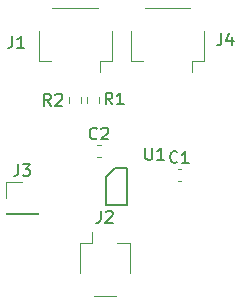
<source format=gbr>
%TF.GenerationSoftware,KiCad,Pcbnew,7.0.5*%
%TF.CreationDate,2023-06-11T15:17:49-05:00*%
%TF.ProjectId,DRV2605,44525632-3630-4352-9e6b-696361645f70,rev?*%
%TF.SameCoordinates,Original*%
%TF.FileFunction,Legend,Top*%
%TF.FilePolarity,Positive*%
%FSLAX46Y46*%
G04 Gerber Fmt 4.6, Leading zero omitted, Abs format (unit mm)*
G04 Created by KiCad (PCBNEW 7.0.5) date 2023-06-11 15:17:49*
%MOMM*%
%LPD*%
G01*
G04 APERTURE LIST*
%ADD10C,0.150000*%
%ADD11C,0.200000*%
%ADD12C,0.120000*%
G04 APERTURE END LIST*
D10*
%TO.C,U1*%
X114238095Y-112154819D02*
X114238095Y-112964342D01*
X114238095Y-112964342D02*
X114285714Y-113059580D01*
X114285714Y-113059580D02*
X114333333Y-113107200D01*
X114333333Y-113107200D02*
X114428571Y-113154819D01*
X114428571Y-113154819D02*
X114619047Y-113154819D01*
X114619047Y-113154819D02*
X114714285Y-113107200D01*
X114714285Y-113107200D02*
X114761904Y-113059580D01*
X114761904Y-113059580D02*
X114809523Y-112964342D01*
X114809523Y-112964342D02*
X114809523Y-112154819D01*
X115809523Y-113154819D02*
X115238095Y-113154819D01*
X115523809Y-113154819D02*
X115523809Y-112154819D01*
X115523809Y-112154819D02*
X115428571Y-112297676D01*
X115428571Y-112297676D02*
X115333333Y-112392914D01*
X115333333Y-112392914D02*
X115238095Y-112440533D01*
%TO.C,R2*%
X106233333Y-108554819D02*
X105900000Y-108078628D01*
X105661905Y-108554819D02*
X105661905Y-107554819D01*
X105661905Y-107554819D02*
X106042857Y-107554819D01*
X106042857Y-107554819D02*
X106138095Y-107602438D01*
X106138095Y-107602438D02*
X106185714Y-107650057D01*
X106185714Y-107650057D02*
X106233333Y-107745295D01*
X106233333Y-107745295D02*
X106233333Y-107888152D01*
X106233333Y-107888152D02*
X106185714Y-107983390D01*
X106185714Y-107983390D02*
X106138095Y-108031009D01*
X106138095Y-108031009D02*
X106042857Y-108078628D01*
X106042857Y-108078628D02*
X105661905Y-108078628D01*
X106614286Y-107650057D02*
X106661905Y-107602438D01*
X106661905Y-107602438D02*
X106757143Y-107554819D01*
X106757143Y-107554819D02*
X106995238Y-107554819D01*
X106995238Y-107554819D02*
X107090476Y-107602438D01*
X107090476Y-107602438D02*
X107138095Y-107650057D01*
X107138095Y-107650057D02*
X107185714Y-107745295D01*
X107185714Y-107745295D02*
X107185714Y-107840533D01*
X107185714Y-107840533D02*
X107138095Y-107983390D01*
X107138095Y-107983390D02*
X106566667Y-108554819D01*
X106566667Y-108554819D02*
X107185714Y-108554819D01*
%TO.C,R1*%
X111433333Y-108454819D02*
X111100000Y-107978628D01*
X110861905Y-108454819D02*
X110861905Y-107454819D01*
X110861905Y-107454819D02*
X111242857Y-107454819D01*
X111242857Y-107454819D02*
X111338095Y-107502438D01*
X111338095Y-107502438D02*
X111385714Y-107550057D01*
X111385714Y-107550057D02*
X111433333Y-107645295D01*
X111433333Y-107645295D02*
X111433333Y-107788152D01*
X111433333Y-107788152D02*
X111385714Y-107883390D01*
X111385714Y-107883390D02*
X111338095Y-107931009D01*
X111338095Y-107931009D02*
X111242857Y-107978628D01*
X111242857Y-107978628D02*
X110861905Y-107978628D01*
X112385714Y-108454819D02*
X111814286Y-108454819D01*
X112100000Y-108454819D02*
X112100000Y-107454819D01*
X112100000Y-107454819D02*
X112004762Y-107597676D01*
X112004762Y-107597676D02*
X111909524Y-107692914D01*
X111909524Y-107692914D02*
X111814286Y-107740533D01*
%TO.C,J4*%
X120666666Y-102454819D02*
X120666666Y-103169104D01*
X120666666Y-103169104D02*
X120619047Y-103311961D01*
X120619047Y-103311961D02*
X120523809Y-103407200D01*
X120523809Y-103407200D02*
X120380952Y-103454819D01*
X120380952Y-103454819D02*
X120285714Y-103454819D01*
X121571428Y-102788152D02*
X121571428Y-103454819D01*
X121333333Y-102407200D02*
X121095238Y-103121485D01*
X121095238Y-103121485D02*
X121714285Y-103121485D01*
%TO.C,J3*%
X103466666Y-113524819D02*
X103466666Y-114239104D01*
X103466666Y-114239104D02*
X103419047Y-114381961D01*
X103419047Y-114381961D02*
X103323809Y-114477200D01*
X103323809Y-114477200D02*
X103180952Y-114524819D01*
X103180952Y-114524819D02*
X103085714Y-114524819D01*
X103847619Y-113524819D02*
X104466666Y-113524819D01*
X104466666Y-113524819D02*
X104133333Y-113905771D01*
X104133333Y-113905771D02*
X104276190Y-113905771D01*
X104276190Y-113905771D02*
X104371428Y-113953390D01*
X104371428Y-113953390D02*
X104419047Y-114001009D01*
X104419047Y-114001009D02*
X104466666Y-114096247D01*
X104466666Y-114096247D02*
X104466666Y-114334342D01*
X104466666Y-114334342D02*
X104419047Y-114429580D01*
X104419047Y-114429580D02*
X104371428Y-114477200D01*
X104371428Y-114477200D02*
X104276190Y-114524819D01*
X104276190Y-114524819D02*
X103990476Y-114524819D01*
X103990476Y-114524819D02*
X103895238Y-114477200D01*
X103895238Y-114477200D02*
X103847619Y-114429580D01*
%TO.C,J2*%
X110466666Y-117474819D02*
X110466666Y-118189104D01*
X110466666Y-118189104D02*
X110419047Y-118331961D01*
X110419047Y-118331961D02*
X110323809Y-118427200D01*
X110323809Y-118427200D02*
X110180952Y-118474819D01*
X110180952Y-118474819D02*
X110085714Y-118474819D01*
X110895238Y-117570057D02*
X110942857Y-117522438D01*
X110942857Y-117522438D02*
X111038095Y-117474819D01*
X111038095Y-117474819D02*
X111276190Y-117474819D01*
X111276190Y-117474819D02*
X111371428Y-117522438D01*
X111371428Y-117522438D02*
X111419047Y-117570057D01*
X111419047Y-117570057D02*
X111466666Y-117665295D01*
X111466666Y-117665295D02*
X111466666Y-117760533D01*
X111466666Y-117760533D02*
X111419047Y-117903390D01*
X111419047Y-117903390D02*
X110847619Y-118474819D01*
X110847619Y-118474819D02*
X111466666Y-118474819D01*
%TO.C,J1*%
X102966666Y-102654819D02*
X102966666Y-103369104D01*
X102966666Y-103369104D02*
X102919047Y-103511961D01*
X102919047Y-103511961D02*
X102823809Y-103607200D01*
X102823809Y-103607200D02*
X102680952Y-103654819D01*
X102680952Y-103654819D02*
X102585714Y-103654819D01*
X103966666Y-103654819D02*
X103395238Y-103654819D01*
X103680952Y-103654819D02*
X103680952Y-102654819D01*
X103680952Y-102654819D02*
X103585714Y-102797676D01*
X103585714Y-102797676D02*
X103490476Y-102892914D01*
X103490476Y-102892914D02*
X103395238Y-102940533D01*
%TO.C,C2*%
X110133333Y-111329580D02*
X110085714Y-111377200D01*
X110085714Y-111377200D02*
X109942857Y-111424819D01*
X109942857Y-111424819D02*
X109847619Y-111424819D01*
X109847619Y-111424819D02*
X109704762Y-111377200D01*
X109704762Y-111377200D02*
X109609524Y-111281961D01*
X109609524Y-111281961D02*
X109561905Y-111186723D01*
X109561905Y-111186723D02*
X109514286Y-110996247D01*
X109514286Y-110996247D02*
X109514286Y-110853390D01*
X109514286Y-110853390D02*
X109561905Y-110662914D01*
X109561905Y-110662914D02*
X109609524Y-110567676D01*
X109609524Y-110567676D02*
X109704762Y-110472438D01*
X109704762Y-110472438D02*
X109847619Y-110424819D01*
X109847619Y-110424819D02*
X109942857Y-110424819D01*
X109942857Y-110424819D02*
X110085714Y-110472438D01*
X110085714Y-110472438D02*
X110133333Y-110520057D01*
X110514286Y-110520057D02*
X110561905Y-110472438D01*
X110561905Y-110472438D02*
X110657143Y-110424819D01*
X110657143Y-110424819D02*
X110895238Y-110424819D01*
X110895238Y-110424819D02*
X110990476Y-110472438D01*
X110990476Y-110472438D02*
X111038095Y-110520057D01*
X111038095Y-110520057D02*
X111085714Y-110615295D01*
X111085714Y-110615295D02*
X111085714Y-110710533D01*
X111085714Y-110710533D02*
X111038095Y-110853390D01*
X111038095Y-110853390D02*
X110466667Y-111424819D01*
X110466667Y-111424819D02*
X111085714Y-111424819D01*
%TO.C,C1*%
X116933333Y-113329580D02*
X116885714Y-113377200D01*
X116885714Y-113377200D02*
X116742857Y-113424819D01*
X116742857Y-113424819D02*
X116647619Y-113424819D01*
X116647619Y-113424819D02*
X116504762Y-113377200D01*
X116504762Y-113377200D02*
X116409524Y-113281961D01*
X116409524Y-113281961D02*
X116361905Y-113186723D01*
X116361905Y-113186723D02*
X116314286Y-112996247D01*
X116314286Y-112996247D02*
X116314286Y-112853390D01*
X116314286Y-112853390D02*
X116361905Y-112662914D01*
X116361905Y-112662914D02*
X116409524Y-112567676D01*
X116409524Y-112567676D02*
X116504762Y-112472438D01*
X116504762Y-112472438D02*
X116647619Y-112424819D01*
X116647619Y-112424819D02*
X116742857Y-112424819D01*
X116742857Y-112424819D02*
X116885714Y-112472438D01*
X116885714Y-112472438D02*
X116933333Y-112520057D01*
X117885714Y-113424819D02*
X117314286Y-113424819D01*
X117600000Y-113424819D02*
X117600000Y-112424819D01*
X117600000Y-112424819D02*
X117504762Y-112567676D01*
X117504762Y-112567676D02*
X117409524Y-112662914D01*
X117409524Y-112662914D02*
X117314286Y-112710533D01*
D11*
%TO.C,U1*%
X110899999Y-114575003D02*
X111625002Y-113850001D01*
X110899999Y-116949999D02*
X110899999Y-114575003D01*
X110899999Y-116949999D02*
X112700001Y-116949999D01*
X111625002Y-113850001D02*
X112700001Y-113850001D01*
X112700001Y-116949999D02*
X112700001Y-113850001D01*
D12*
%TO.C,R2*%
X107777500Y-108354724D02*
X107777500Y-107845276D01*
X108822500Y-108354724D02*
X108822500Y-107845276D01*
%TO.C,R1*%
X109277500Y-108354724D02*
X109277500Y-107845276D01*
X110322500Y-108354724D02*
X110322500Y-107845276D01*
%TO.C,J4*%
X118040000Y-100290000D02*
X114160000Y-100290000D01*
X119210000Y-102260000D02*
X119210000Y-104760000D01*
X112990000Y-102260000D02*
X112990000Y-104760000D01*
X119210000Y-104760000D02*
X118160000Y-104760000D01*
X112990000Y-104760000D02*
X114040000Y-104760000D01*
X118160000Y-104760000D02*
X118160000Y-105750000D01*
%TO.C,J3*%
X102470000Y-115070000D02*
X103800000Y-115070000D01*
X102470000Y-117670000D02*
X105130000Y-117670000D01*
X102470000Y-117730000D02*
X105130000Y-117730000D01*
X105130000Y-117670000D02*
X105130000Y-117730000D01*
X102470000Y-117670000D02*
X102470000Y-117730000D01*
X102470000Y-116400000D02*
X102470000Y-115070000D01*
%TO.C,J2*%
X109740000Y-120215000D02*
X109740000Y-119225000D01*
X112910000Y-122715000D02*
X112910000Y-120215000D01*
X112910000Y-120215000D02*
X111860000Y-120215000D01*
X108690000Y-122715000D02*
X108690000Y-120215000D01*
X109860000Y-124685000D02*
X111740000Y-124685000D01*
X108690000Y-120215000D02*
X109740000Y-120215000D01*
%TO.C,J1*%
X110240000Y-100290000D02*
X106360000Y-100290000D01*
X111410000Y-102260000D02*
X111410000Y-104760000D01*
X105190000Y-102260000D02*
X105190000Y-104760000D01*
X111410000Y-104760000D02*
X110360000Y-104760000D01*
X105190000Y-104760000D02*
X106240000Y-104760000D01*
X110360000Y-104760000D02*
X110360000Y-105750000D01*
%TO.C,C2*%
X110153733Y-111890000D02*
X110446267Y-111890000D01*
X110153733Y-112910000D02*
X110446267Y-112910000D01*
%TO.C,C1*%
X116953733Y-113890000D02*
X117246267Y-113890000D01*
X116953733Y-114910000D02*
X117246267Y-114910000D01*
%TD*%
M02*

</source>
